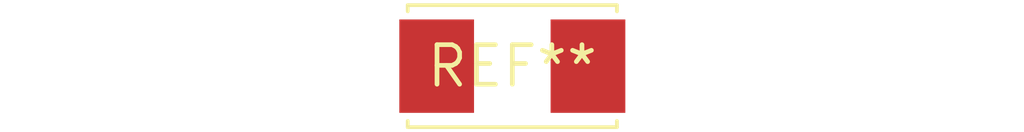
<source format=kicad_pcb>
(kicad_pcb (version 20240108) (generator pcbnew)
  (layers (0 "F.Cu" signal) (31 "B.Cu" signal) (34 "B.Paste" user) (35 "F.Paste" user) (36 "B.SilkS" user "B.Silkscreen") (37 "F.SilkS" user "F.Silkscreen") (38 "B.Mask" user) (39 "F.Mask" user) (44 "Edge.Cuts" user))
  (net 0 "")
  (footprint "Fuseholder_Littelfuse_Nano2_157x" (layer "F.Cu") (at 0 0)
    (property "Reference" "REF**")
    (property "Value" "Fuseholder_Littelfuse_Nano2_157x")
    (fp_line (start -3.36 -1.96) (end -3.36 -1.76) (layer "F.SilkS") (stroke (width 0.12)))
    (fp_line (start -3.36 -1.96) (end 3.36 -1.96) (layer "F.SilkS") (stroke (width 0.12)))
    (fp_line (start -3.36 1.76) (end -3.36 1.96) (layer "F.SilkS") (stroke (width 0.12)))
    (fp_line (start -3.36 1.96) (end 3.36 1.96) (layer "F.SilkS") (stroke (width 0.12)))
    (fp_line (start 3.36 -1.96) (end 3.36 -1.76) (layer "F.SilkS") (stroke (width 0.12)))
    (fp_line (start 3.36 1.76) (end 3.36 1.96) (layer "F.SilkS") (stroke (width 0.12)))
    (pad "1" smd rect (at -2.43 0) (size 2.4 3) (layers "F.Cu" "F.Paste" "F.Mask"))
    (pad "2" smd rect (at 2.43 0) (size 2.4 3) (layers "F.Cu" "F.Paste" "F.Mask"))
  )
)
</source>
